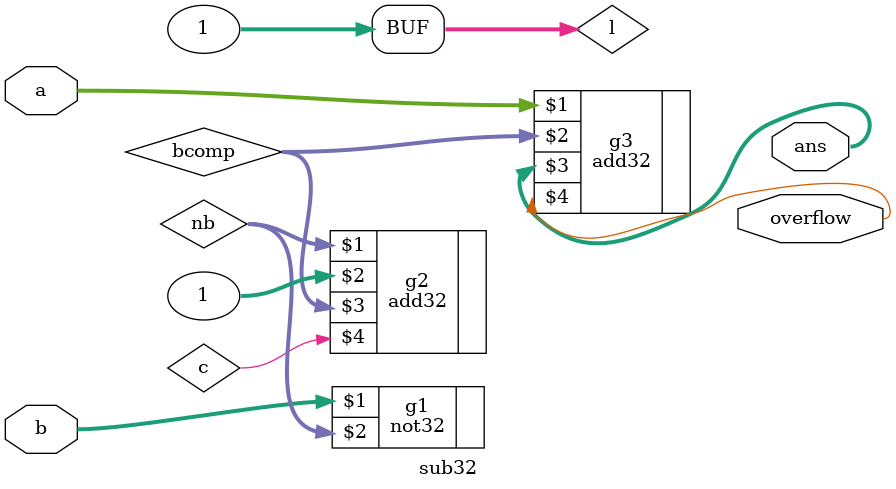
<source format=v>
`timescale 1ns / 1ps

module sub32(
  input signed [31:0]a,
  input signed [31:0]b,
  output signed [31:0]ans,
  output overflow);

  wire [31:0]nb;
  not32 g1(b,nb);

  wire [31:0]l;
  assign l=32'b1;

  wire [31:0]bcomp;
  add32 g2(nb,l,bcomp,c);

  add32 g3(a,bcomp,ans,overflow);

endmodule
</source>
